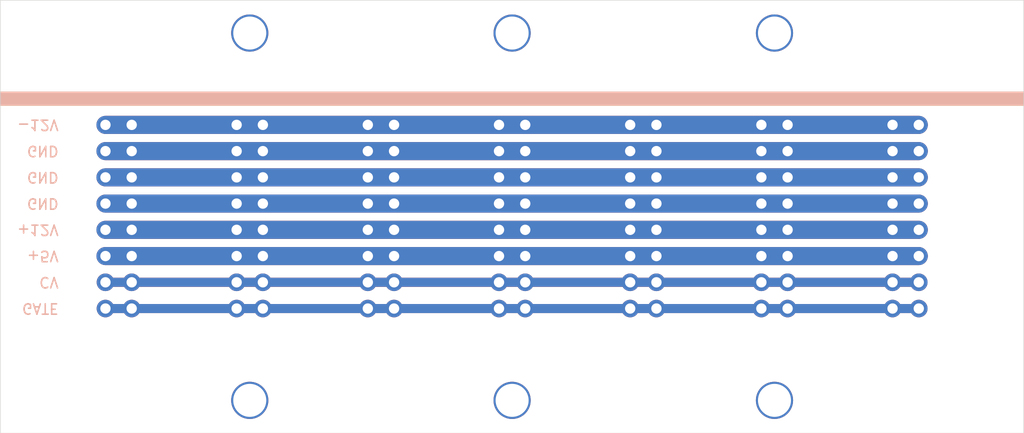
<source format=kicad_pcb>
(kicad_pcb (version 20171130) (host pcbnew 5.1.7-a382d34a8~87~ubuntu16.04.1)

  (general
    (thickness 1.6)
    (drawings 14)
    (tracks 22)
    (zones 0)
    (modules 7)
    (nets 1)
  )

  (page A4)
  (layers
    (0 F.Cu signal)
    (31 B.Cu signal)
    (32 B.Adhes user)
    (33 F.Adhes user)
    (34 B.Paste user)
    (35 F.Paste user)
    (36 B.SilkS user)
    (37 F.SilkS user)
    (38 B.Mask user)
    (39 F.Mask user)
    (40 Dwgs.User user)
    (41 Cmts.User user)
    (42 Eco1.User user)
    (43 Eco2.User user)
    (44 Edge.Cuts user)
    (45 Margin user)
    (46 B.CrtYd user)
    (47 F.CrtYd user)
    (48 B.Fab user)
    (49 F.Fab user)
  )

  (setup
    (last_trace_width 0.25)
    (user_trace_width 0.875)
    (user_trace_width 1.75)
    (trace_clearance 0.2)
    (zone_clearance 0.508)
    (zone_45_only no)
    (trace_min 0.2)
    (via_size 0.8)
    (via_drill 0.4)
    (via_min_size 0.4)
    (via_min_drill 0.3)
    (uvia_size 0.3)
    (uvia_drill 0.1)
    (uvias_allowed no)
    (uvia_min_size 0.2)
    (uvia_min_drill 0.1)
    (edge_width 0.05)
    (segment_width 0.2)
    (pcb_text_width 0.3)
    (pcb_text_size 1.5 1.5)
    (mod_edge_width 0.12)
    (mod_text_size 1 1)
    (mod_text_width 0.15)
    (pad_size 1.7 1.7)
    (pad_drill 1)
    (pad_to_mask_clearance 0.051)
    (solder_mask_min_width 0.25)
    (aux_axis_origin 0 0)
    (visible_elements FFFFFF7F)
    (pcbplotparams
      (layerselection 0x010f0_ffffffff)
      (usegerberextensions false)
      (usegerberattributes false)
      (usegerberadvancedattributes false)
      (creategerberjobfile false)
      (excludeedgelayer true)
      (linewidth 0.150000)
      (plotframeref false)
      (viasonmask false)
      (mode 1)
      (useauxorigin false)
      (hpglpennumber 1)
      (hpglpenspeed 20)
      (hpglpendiameter 15.000000)
      (psnegative false)
      (psa4output false)
      (plotreference true)
      (plotvalue true)
      (plotinvisibletext false)
      (padsonsilk false)
      (subtractmaskfromsilk false)
      (outputformat 1)
      (mirror false)
      (drillshape 0)
      (scaleselection 1)
      (outputdirectory "Gerber Files/"))
  )

  (net 0 "")

  (net_class Default "This is the default net class."
    (clearance 0.2)
    (trace_width 0.25)
    (via_dia 0.8)
    (via_drill 0.4)
    (uvia_dia 0.3)
    (uvia_drill 0.1)
  )

  (module Connector_PinSocket_2.54mm:PinSocket_2x08_P2.54mm_Vertical (layer F.Cu) (tedit 5EEDCFCD) (tstamp 5EE984D1)
    (at 12.7 12.065)
    (descr "Through hole straight socket strip, 2x08, 2.54mm pitch, double cols (from Kicad 4.0.7), script generated")
    (tags "Through hole socket strip THT 2x08 2.54mm double row")
    (fp_text reference REF** (at -1.27 -2.77) (layer F.SilkS) hide
      (effects (font (size 1 1) (thickness 0.15)))
    )
    (fp_text value PinSocket_2x08_P2.54mm_Vertical (at -1.27 20.55) (layer F.Fab) hide
      (effects (font (size 1 1) (thickness 0.15)))
    )
    (fp_line (start -4.34 19.55) (end -4.34 -1.8) (layer F.CrtYd) (width 0.05))
    (fp_line (start 1.76 19.55) (end -4.34 19.55) (layer F.CrtYd) (width 0.05))
    (fp_line (start 1.76 -1.8) (end 1.76 19.55) (layer F.CrtYd) (width 0.05))
    (fp_line (start -4.34 -1.8) (end 1.76 -1.8) (layer F.CrtYd) (width 0.05))
    (fp_line (start -3.81 19.05) (end -3.81 -1.27) (layer F.Fab) (width 0.1))
    (fp_line (start 1.27 19.05) (end -3.81 19.05) (layer F.Fab) (width 0.1))
    (fp_line (start 1.27 -0.27) (end 1.27 19.05) (layer F.Fab) (width 0.1))
    (fp_line (start 0.27 -1.27) (end 1.27 -0.27) (layer F.Fab) (width 0.1))
    (fp_line (start -3.81 -1.27) (end 0.27 -1.27) (layer F.Fab) (width 0.1))
    (fp_text user %R (at -1.27 8.89 90) (layer F.Fab)
      (effects (font (size 1 1) (thickness 0.15)))
    )
    (pad 16 thru_hole oval (at -2.54 17.78) (size 1.7 1.7) (drill 1) (layers *.Cu *.Mask))
    (pad 15 thru_hole oval (at 0 17.78) (size 1.7 1.7) (drill 1) (layers *.Cu *.Mask))
    (pad 14 thru_hole oval (at -2.54 15.24) (size 1.7 1.7) (drill 1) (layers *.Cu *.Mask))
    (pad 13 thru_hole oval (at 0 15.24) (size 1.7 1.7) (drill 1) (layers *.Cu *.Mask))
    (pad 12 thru_hole oval (at -2.54 12.7) (size 1.7 1.7) (drill 1) (layers *.Cu *.Mask))
    (pad 11 thru_hole oval (at 0 12.7) (size 1.7 1.7) (drill 1) (layers *.Cu *.Mask))
    (pad 10 thru_hole oval (at -2.54 10.16) (size 1.7 1.7) (drill 1) (layers *.Cu *.Mask))
    (pad 9 thru_hole oval (at 0 10.16) (size 1.7 1.7) (drill 1) (layers *.Cu *.Mask))
    (pad 8 thru_hole oval (at -2.54 7.62) (size 1.7 1.7) (drill 1) (layers *.Cu *.Mask))
    (pad 7 thru_hole oval (at 0 7.62) (size 1.7 1.7) (drill 1) (layers *.Cu *.Mask))
    (pad 6 thru_hole oval (at -2.54 5.08) (size 1.7 1.7) (drill 1) (layers *.Cu *.Mask))
    (pad 5 thru_hole oval (at 0 5.08) (size 1.7 1.7) (drill 1) (layers *.Cu *.Mask))
    (pad 4 thru_hole oval (at -2.54 2.54) (size 1.7 1.7) (drill 1) (layers *.Cu *.Mask))
    (pad 3 thru_hole oval (at 0 2.54) (size 1.7 1.7) (drill 1) (layers *.Cu *.Mask))
    (pad 2 thru_hole oval (at -2.54 0) (size 1.7 1.7) (drill 1) (layers *.Cu *.Mask))
    (pad 1 thru_hole oval (at 0 0) (size 1.7 1.7) (drill 1) (layers *.Cu *.Mask))
    (model ${KISYS3DMOD}/Connector_PinSocket_2.54mm.3dshapes/PinSocket_2x08_P2.54mm_Vertical.wrl
      (at (xyz 0 0 0))
      (scale (xyz 1 1 1))
      (rotate (xyz 0 0 0))
    )
  )

  (module Connector_PinSocket_2.54mm:PinSocket_2x08_P2.54mm_Vertical (layer F.Cu) (tedit 5EEDD005) (tstamp 5EE9843C)
    (at 88.9 12.065)
    (descr "Through hole straight socket strip, 2x08, 2.54mm pitch, double cols (from Kicad 4.0.7), script generated")
    (tags "Through hole socket strip THT 2x08 2.54mm double row")
    (fp_text reference REF** (at -1.27 -2.77) (layer F.SilkS) hide
      (effects (font (size 1 1) (thickness 0.15)))
    )
    (fp_text value PinSocket_2x08_P2.54mm_Vertical (at -1.27 20.55) (layer F.Fab) hide
      (effects (font (size 1 1) (thickness 0.15)))
    )
    (fp_line (start -3.81 -1.27) (end 0.27 -1.27) (layer F.Fab) (width 0.1))
    (fp_line (start 0.27 -1.27) (end 1.27 -0.27) (layer F.Fab) (width 0.1))
    (fp_line (start 1.27 -0.27) (end 1.27 19.05) (layer F.Fab) (width 0.1))
    (fp_line (start 1.27 19.05) (end -3.81 19.05) (layer F.Fab) (width 0.1))
    (fp_line (start -3.81 19.05) (end -3.81 -1.27) (layer F.Fab) (width 0.1))
    (fp_line (start -4.34 -1.8) (end 1.76 -1.8) (layer F.CrtYd) (width 0.05))
    (fp_line (start 1.76 -1.8) (end 1.76 19.55) (layer F.CrtYd) (width 0.05))
    (fp_line (start 1.76 19.55) (end -4.34 19.55) (layer F.CrtYd) (width 0.05))
    (fp_line (start -4.34 19.55) (end -4.34 -1.8) (layer F.CrtYd) (width 0.05))
    (fp_text user %R (at -1.27 8.89 90) (layer F.Fab)
      (effects (font (size 1 1) (thickness 0.15)))
    )
    (pad 1 thru_hole oval (at 0 0) (size 1.7 1.7) (drill 1) (layers *.Cu *.Mask))
    (pad 2 thru_hole oval (at -2.54 0) (size 1.7 1.7) (drill 1) (layers *.Cu *.Mask))
    (pad 3 thru_hole oval (at 0 2.54) (size 1.7 1.7) (drill 1) (layers *.Cu *.Mask))
    (pad 4 thru_hole oval (at -2.54 2.54) (size 1.7 1.7) (drill 1) (layers *.Cu *.Mask))
    (pad 5 thru_hole oval (at 0 5.08) (size 1.7 1.7) (drill 1) (layers *.Cu *.Mask))
    (pad 6 thru_hole oval (at -2.54 5.08) (size 1.7 1.7) (drill 1) (layers *.Cu *.Mask))
    (pad 7 thru_hole oval (at 0 7.62) (size 1.7 1.7) (drill 1) (layers *.Cu *.Mask))
    (pad 8 thru_hole oval (at -2.54 7.62) (size 1.7 1.7) (drill 1) (layers *.Cu *.Mask))
    (pad 9 thru_hole oval (at 0 10.16) (size 1.7 1.7) (drill 1) (layers *.Cu *.Mask))
    (pad 10 thru_hole oval (at -2.54 10.16) (size 1.7 1.7) (drill 1) (layers *.Cu *.Mask))
    (pad 11 thru_hole oval (at 0 12.7) (size 1.7 1.7) (drill 1) (layers *.Cu *.Mask))
    (pad 12 thru_hole oval (at -2.54 12.7) (size 1.7 1.7) (drill 1) (layers *.Cu *.Mask))
    (pad 13 thru_hole oval (at 0 15.24) (size 1.7 1.7) (drill 1) (layers *.Cu *.Mask))
    (pad 14 thru_hole oval (at -2.54 15.24) (size 1.7 1.7) (drill 1) (layers *.Cu *.Mask))
    (pad 15 thru_hole oval (at 0 17.78) (size 1.7 1.7) (drill 1) (layers *.Cu *.Mask))
    (pad 16 thru_hole oval (at -2.54 17.78) (size 1.7 1.7) (drill 1) (layers *.Cu *.Mask))
    (model ${KISYS3DMOD}/Connector_PinSocket_2.54mm.3dshapes/PinSocket_2x08_P2.54mm_Vertical.wrl
      (at (xyz 0 0 0))
      (scale (xyz 1 1 1))
      (rotate (xyz 0 0 0))
    )
  )

  (module Connector_PinSocket_2.54mm:PinSocket_2x08_P2.54mm_Vertical (layer F.Cu) (tedit 5EEDCFFF) (tstamp 5EE9841F)
    (at 76.2 12.065)
    (descr "Through hole straight socket strip, 2x08, 2.54mm pitch, double cols (from Kicad 4.0.7), script generated")
    (tags "Through hole socket strip THT 2x08 2.54mm double row")
    (fp_text reference REF** (at -1.27 -2.77) (layer F.SilkS) hide
      (effects (font (size 1 1) (thickness 0.15)))
    )
    (fp_text value PinSocket_2x08_P2.54mm_Vertical (at -1.27 20.55) (layer F.Fab) hide
      (effects (font (size 1 1) (thickness 0.15)))
    )
    (fp_line (start -4.34 19.55) (end -4.34 -1.8) (layer F.CrtYd) (width 0.05))
    (fp_line (start 1.76 19.55) (end -4.34 19.55) (layer F.CrtYd) (width 0.05))
    (fp_line (start 1.76 -1.8) (end 1.76 19.55) (layer F.CrtYd) (width 0.05))
    (fp_line (start -4.34 -1.8) (end 1.76 -1.8) (layer F.CrtYd) (width 0.05))
    (fp_line (start -3.81 19.05) (end -3.81 -1.27) (layer F.Fab) (width 0.1))
    (fp_line (start 1.27 19.05) (end -3.81 19.05) (layer F.Fab) (width 0.1))
    (fp_line (start 1.27 -0.27) (end 1.27 19.05) (layer F.Fab) (width 0.1))
    (fp_line (start 0.27 -1.27) (end 1.27 -0.27) (layer F.Fab) (width 0.1))
    (fp_line (start -3.81 -1.27) (end 0.27 -1.27) (layer F.Fab) (width 0.1))
    (fp_text user %R (at -1.27 8.89 90) (layer F.Fab)
      (effects (font (size 1 1) (thickness 0.15)))
    )
    (pad 16 thru_hole oval (at -2.54 17.78) (size 1.7 1.7) (drill 1) (layers *.Cu *.Mask))
    (pad 15 thru_hole oval (at 0 17.78) (size 1.7 1.7) (drill 1) (layers *.Cu *.Mask))
    (pad 14 thru_hole oval (at -2.54 15.24) (size 1.7 1.7) (drill 1) (layers *.Cu *.Mask))
    (pad 13 thru_hole oval (at 0 15.24) (size 1.7 1.7) (drill 1) (layers *.Cu *.Mask))
    (pad 12 thru_hole oval (at -2.54 12.7) (size 1.7 1.7) (drill 1) (layers *.Cu *.Mask))
    (pad 11 thru_hole oval (at 0 12.7) (size 1.7 1.7) (drill 1) (layers *.Cu *.Mask))
    (pad 10 thru_hole oval (at -2.54 10.16) (size 1.7 1.7) (drill 1) (layers *.Cu *.Mask))
    (pad 9 thru_hole oval (at 0 10.16) (size 1.7 1.7) (drill 1) (layers *.Cu *.Mask))
    (pad 8 thru_hole oval (at -2.54 7.62) (size 1.7 1.7) (drill 1) (layers *.Cu *.Mask))
    (pad 7 thru_hole oval (at 0 7.62) (size 1.7 1.7) (drill 1) (layers *.Cu *.Mask))
    (pad 6 thru_hole oval (at -2.54 5.08) (size 1.7 1.7) (drill 1) (layers *.Cu *.Mask))
    (pad 5 thru_hole oval (at 0 5.08) (size 1.7 1.7) (drill 1) (layers *.Cu *.Mask))
    (pad 4 thru_hole oval (at -2.54 2.54) (size 1.7 1.7) (drill 1) (layers *.Cu *.Mask))
    (pad 3 thru_hole oval (at 0 2.54) (size 1.7 1.7) (drill 1) (layers *.Cu *.Mask))
    (pad 2 thru_hole oval (at -2.54 0) (size 1.7 1.7) (drill 1) (layers *.Cu *.Mask))
    (pad 1 thru_hole oval (at 0 0) (size 1.7 1.7) (drill 1) (layers *.Cu *.Mask))
    (model ${KISYS3DMOD}/Connector_PinSocket_2.54mm.3dshapes/PinSocket_2x08_P2.54mm_Vertical.wrl
      (at (xyz 0 0 0))
      (scale (xyz 1 1 1))
      (rotate (xyz 0 0 0))
    )
  )

  (module Connector_PinSocket_2.54mm:PinSocket_2x08_P2.54mm_Vertical (layer F.Cu) (tedit 5EEDCFDD) (tstamp 5EE9836F)
    (at 25.4 12.065)
    (descr "Through hole straight socket strip, 2x08, 2.54mm pitch, double cols (from Kicad 4.0.7), script generated")
    (tags "Through hole socket strip THT 2x08 2.54mm double row")
    (fp_text reference REF** (at -1.27 -2.77) (layer F.SilkS) hide
      (effects (font (size 1 1) (thickness 0.15)))
    )
    (fp_text value PinSocket_2x08_P2.54mm_Vertical (at -1.27 20.55) (layer F.Fab) hide
      (effects (font (size 1 1) (thickness 0.15)))
    )
    (fp_line (start -3.81 -1.27) (end 0.27 -1.27) (layer F.Fab) (width 0.1))
    (fp_line (start 0.27 -1.27) (end 1.27 -0.27) (layer F.Fab) (width 0.1))
    (fp_line (start 1.27 -0.27) (end 1.27 19.05) (layer F.Fab) (width 0.1))
    (fp_line (start 1.27 19.05) (end -3.81 19.05) (layer F.Fab) (width 0.1))
    (fp_line (start -3.81 19.05) (end -3.81 -1.27) (layer F.Fab) (width 0.1))
    (fp_line (start -4.34 -1.8) (end 1.76 -1.8) (layer F.CrtYd) (width 0.05))
    (fp_line (start 1.76 -1.8) (end 1.76 19.55) (layer F.CrtYd) (width 0.05))
    (fp_line (start 1.76 19.55) (end -4.34 19.55) (layer F.CrtYd) (width 0.05))
    (fp_line (start -4.34 19.55) (end -4.34 -1.8) (layer F.CrtYd) (width 0.05))
    (fp_text user %R (at -1.27 8.89 90) (layer F.Fab)
      (effects (font (size 1 1) (thickness 0.15)))
    )
    (pad 1 thru_hole oval (at 0 0) (size 1.7 1.7) (drill 1) (layers *.Cu *.Mask))
    (pad 2 thru_hole oval (at -2.54 0) (size 1.7 1.7) (drill 1) (layers *.Cu *.Mask))
    (pad 3 thru_hole oval (at 0 2.54) (size 1.7 1.7) (drill 1) (layers *.Cu *.Mask))
    (pad 4 thru_hole oval (at -2.54 2.54) (size 1.7 1.7) (drill 1) (layers *.Cu *.Mask))
    (pad 5 thru_hole oval (at 0 5.08) (size 1.7 1.7) (drill 1) (layers *.Cu *.Mask))
    (pad 6 thru_hole oval (at -2.54 5.08) (size 1.7 1.7) (drill 1) (layers *.Cu *.Mask))
    (pad 7 thru_hole oval (at 0 7.62) (size 1.7 1.7) (drill 1) (layers *.Cu *.Mask))
    (pad 8 thru_hole oval (at -2.54 7.62) (size 1.7 1.7) (drill 1) (layers *.Cu *.Mask))
    (pad 9 thru_hole oval (at 0 10.16) (size 1.7 1.7) (drill 1) (layers *.Cu *.Mask))
    (pad 10 thru_hole oval (at -2.54 10.16) (size 1.7 1.7) (drill 1) (layers *.Cu *.Mask))
    (pad 11 thru_hole oval (at 0 12.7) (size 1.7 1.7) (drill 1) (layers *.Cu *.Mask))
    (pad 12 thru_hole oval (at -2.54 12.7) (size 1.7 1.7) (drill 1) (layers *.Cu *.Mask))
    (pad 13 thru_hole oval (at 0 15.24) (size 1.7 1.7) (drill 1) (layers *.Cu *.Mask))
    (pad 14 thru_hole oval (at -2.54 15.24) (size 1.7 1.7) (drill 1) (layers *.Cu *.Mask))
    (pad 15 thru_hole oval (at 0 17.78) (size 1.7 1.7) (drill 1) (layers *.Cu *.Mask))
    (pad 16 thru_hole oval (at -2.54 17.78) (size 1.7 1.7) (drill 1) (layers *.Cu *.Mask))
    (model ${KISYS3DMOD}/Connector_PinSocket_2.54mm.3dshapes/PinSocket_2x08_P2.54mm_Vertical.wrl
      (at (xyz 0 0 0))
      (scale (xyz 1 1 1))
      (rotate (xyz 0 0 0))
    )
  )

  (module Connector_PinSocket_2.54mm:PinSocket_2x08_P2.54mm_Vertical (layer F.Cu) (tedit 5EEDCFED) (tstamp 5EE98054)
    (at 50.8 12.065)
    (descr "Through hole straight socket strip, 2x08, 2.54mm pitch, double cols (from Kicad 4.0.7), script generated")
    (tags "Through hole socket strip THT 2x08 2.54mm double row")
    (fp_text reference REF** (at -1.27 -2.77) (layer F.SilkS) hide
      (effects (font (size 1 1) (thickness 0.15)))
    )
    (fp_text value PinSocket_2x08_P2.54mm_Vertical (at -1.27 20.55) (layer F.Fab) hide
      (effects (font (size 1 1) (thickness 0.15)))
    )
    (fp_line (start -4.34 19.55) (end -4.34 -1.8) (layer F.CrtYd) (width 0.05))
    (fp_line (start 1.76 19.55) (end -4.34 19.55) (layer F.CrtYd) (width 0.05))
    (fp_line (start 1.76 -1.8) (end 1.76 19.55) (layer F.CrtYd) (width 0.05))
    (fp_line (start -4.34 -1.8) (end 1.76 -1.8) (layer F.CrtYd) (width 0.05))
    (fp_line (start -3.81 19.05) (end -3.81 -1.27) (layer F.Fab) (width 0.1))
    (fp_line (start 1.27 19.05) (end -3.81 19.05) (layer F.Fab) (width 0.1))
    (fp_line (start 1.27 -0.27) (end 1.27 19.05) (layer F.Fab) (width 0.1))
    (fp_line (start 0.27 -1.27) (end 1.27 -0.27) (layer F.Fab) (width 0.1))
    (fp_line (start -3.81 -1.27) (end 0.27 -1.27) (layer F.Fab) (width 0.1))
    (fp_text user %R (at -1.27 8.89 90) (layer F.Fab)
      (effects (font (size 1 1) (thickness 0.15)))
    )
    (pad 16 thru_hole oval (at -2.54 17.78) (size 1.7 1.7) (drill 1) (layers *.Cu *.Mask))
    (pad 15 thru_hole oval (at 0 17.78) (size 1.7 1.7) (drill 1) (layers *.Cu *.Mask))
    (pad 14 thru_hole oval (at -2.54 15.24) (size 1.7 1.7) (drill 1) (layers *.Cu *.Mask))
    (pad 13 thru_hole oval (at 0 15.24) (size 1.7 1.7) (drill 1) (layers *.Cu *.Mask))
    (pad 12 thru_hole oval (at -2.54 12.7) (size 1.7 1.7) (drill 1) (layers *.Cu *.Mask))
    (pad 11 thru_hole oval (at 0 12.7) (size 1.7 1.7) (drill 1) (layers *.Cu *.Mask))
    (pad 10 thru_hole oval (at -2.54 10.16) (size 1.7 1.7) (drill 1) (layers *.Cu *.Mask))
    (pad 9 thru_hole oval (at 0 10.16) (size 1.7 1.7) (drill 1) (layers *.Cu *.Mask))
    (pad 8 thru_hole oval (at -2.54 7.62) (size 1.7 1.7) (drill 1) (layers *.Cu *.Mask))
    (pad 7 thru_hole oval (at 0 7.62) (size 1.7 1.7) (drill 1) (layers *.Cu *.Mask))
    (pad 6 thru_hole oval (at -2.54 5.08) (size 1.7 1.7) (drill 1) (layers *.Cu *.Mask))
    (pad 5 thru_hole oval (at 0 5.08) (size 1.7 1.7) (drill 1) (layers *.Cu *.Mask))
    (pad 4 thru_hole oval (at -2.54 2.54) (size 1.7 1.7) (drill 1) (layers *.Cu *.Mask))
    (pad 3 thru_hole oval (at 0 2.54) (size 1.7 1.7) (drill 1) (layers *.Cu *.Mask))
    (pad 2 thru_hole oval (at -2.54 0) (size 1.7 1.7) (drill 1) (layers *.Cu *.Mask))
    (pad 1 thru_hole oval (at 0 0) (size 1.7 1.7) (drill 1) (layers *.Cu *.Mask))
    (model ${KISYS3DMOD}/Connector_PinSocket_2.54mm.3dshapes/PinSocket_2x08_P2.54mm_Vertical.wrl
      (at (xyz 0 0 0))
      (scale (xyz 1 1 1))
      (rotate (xyz 0 0 0))
    )
  )

  (module Connector_PinSocket_2.54mm:PinSocket_2x08_P2.54mm_Vertical (layer F.Cu) (tedit 5EEDCFF7) (tstamp 5EE98037)
    (at 63.5 12.065)
    (descr "Through hole straight socket strip, 2x08, 2.54mm pitch, double cols (from Kicad 4.0.7), script generated")
    (tags "Through hole socket strip THT 2x08 2.54mm double row")
    (fp_text reference REF** (at -1.27 -2.77) (layer F.SilkS) hide
      (effects (font (size 1 1) (thickness 0.15)))
    )
    (fp_text value PinSocket_2x08_P2.54mm_Vertical (at -1.27 20.55) (layer F.Fab) hide
      (effects (font (size 1 1) (thickness 0.15)))
    )
    (fp_line (start -3.81 -1.27) (end 0.27 -1.27) (layer F.Fab) (width 0.1))
    (fp_line (start 0.27 -1.27) (end 1.27 -0.27) (layer F.Fab) (width 0.1))
    (fp_line (start 1.27 -0.27) (end 1.27 19.05) (layer F.Fab) (width 0.1))
    (fp_line (start 1.27 19.05) (end -3.81 19.05) (layer F.Fab) (width 0.1))
    (fp_line (start -3.81 19.05) (end -3.81 -1.27) (layer F.Fab) (width 0.1))
    (fp_line (start -4.34 -1.8) (end 1.76 -1.8) (layer F.CrtYd) (width 0.05))
    (fp_line (start 1.76 -1.8) (end 1.76 19.55) (layer F.CrtYd) (width 0.05))
    (fp_line (start 1.76 19.55) (end -4.34 19.55) (layer F.CrtYd) (width 0.05))
    (fp_line (start -4.34 19.55) (end -4.34 -1.8) (layer F.CrtYd) (width 0.05))
    (fp_text user %R (at -1.27 8.89 90) (layer F.Fab)
      (effects (font (size 1 1) (thickness 0.15)))
    )
    (pad 1 thru_hole oval (at 0 0) (size 1.7 1.7) (drill 1) (layers *.Cu *.Mask))
    (pad 2 thru_hole oval (at -2.54 0) (size 1.7 1.7) (drill 1) (layers *.Cu *.Mask))
    (pad 3 thru_hole oval (at 0 2.54) (size 1.7 1.7) (drill 1) (layers *.Cu *.Mask))
    (pad 4 thru_hole oval (at -2.54 2.54) (size 1.7 1.7) (drill 1) (layers *.Cu *.Mask))
    (pad 5 thru_hole oval (at 0 5.08) (size 1.7 1.7) (drill 1) (layers *.Cu *.Mask))
    (pad 6 thru_hole oval (at -2.54 5.08) (size 1.7 1.7) (drill 1) (layers *.Cu *.Mask))
    (pad 7 thru_hole oval (at 0 7.62) (size 1.7 1.7) (drill 1) (layers *.Cu *.Mask))
    (pad 8 thru_hole oval (at -2.54 7.62) (size 1.7 1.7) (drill 1) (layers *.Cu *.Mask))
    (pad 9 thru_hole oval (at 0 10.16) (size 1.7 1.7) (drill 1) (layers *.Cu *.Mask))
    (pad 10 thru_hole oval (at -2.54 10.16) (size 1.7 1.7) (drill 1) (layers *.Cu *.Mask))
    (pad 11 thru_hole oval (at 0 12.7) (size 1.7 1.7) (drill 1) (layers *.Cu *.Mask))
    (pad 12 thru_hole oval (at -2.54 12.7) (size 1.7 1.7) (drill 1) (layers *.Cu *.Mask))
    (pad 13 thru_hole oval (at 0 15.24) (size 1.7 1.7) (drill 1) (layers *.Cu *.Mask))
    (pad 14 thru_hole oval (at -2.54 15.24) (size 1.7 1.7) (drill 1) (layers *.Cu *.Mask))
    (pad 15 thru_hole oval (at 0 17.78) (size 1.7 1.7) (drill 1) (layers *.Cu *.Mask))
    (pad 16 thru_hole oval (at -2.54 17.78) (size 1.7 1.7) (drill 1) (layers *.Cu *.Mask))
    (model ${KISYS3DMOD}/Connector_PinSocket_2.54mm.3dshapes/PinSocket_2x08_P2.54mm_Vertical.wrl
      (at (xyz 0 0 0))
      (scale (xyz 1 1 1))
      (rotate (xyz 0 0 0))
    )
  )

  (module Connector_PinSocket_2.54mm:PinSocket_2x08_P2.54mm_Vertical (layer F.Cu) (tedit 5EEDCFE7) (tstamp 5EE97F67)
    (at 38.1 12.065)
    (descr "Through hole straight socket strip, 2x08, 2.54mm pitch, double cols (from Kicad 4.0.7), script generated")
    (tags "Through hole socket strip THT 2x08 2.54mm double row")
    (fp_text reference REF** (at -1.27 -2.77) (layer F.SilkS) hide
      (effects (font (size 1 1) (thickness 0.15)))
    )
    (fp_text value PinSocket_2x08_P2.54mm_Vertical (at -1.27 20.55) (layer F.Fab) hide
      (effects (font (size 1 1) (thickness 0.15)))
    )
    (fp_line (start -4.34 19.55) (end -4.34 -1.8) (layer F.CrtYd) (width 0.05))
    (fp_line (start 1.76 19.55) (end -4.34 19.55) (layer F.CrtYd) (width 0.05))
    (fp_line (start 1.76 -1.8) (end 1.76 19.55) (layer F.CrtYd) (width 0.05))
    (fp_line (start -4.34 -1.8) (end 1.76 -1.8) (layer F.CrtYd) (width 0.05))
    (fp_line (start -3.81 19.05) (end -3.81 -1.27) (layer F.Fab) (width 0.1))
    (fp_line (start 1.27 19.05) (end -3.81 19.05) (layer F.Fab) (width 0.1))
    (fp_line (start 1.27 -0.27) (end 1.27 19.05) (layer F.Fab) (width 0.1))
    (fp_line (start 0.27 -1.27) (end 1.27 -0.27) (layer F.Fab) (width 0.1))
    (fp_line (start -3.81 -1.27) (end 0.27 -1.27) (layer F.Fab) (width 0.1))
    (fp_text user %R (at -1.27 8.89 90) (layer F.Fab)
      (effects (font (size 1 1) (thickness 0.15)))
    )
    (pad 16 thru_hole oval (at -2.54 17.78) (size 1.7 1.7) (drill 1) (layers *.Cu *.Mask))
    (pad 15 thru_hole oval (at 0 17.78) (size 1.7 1.7) (drill 1) (layers *.Cu *.Mask))
    (pad 14 thru_hole oval (at -2.54 15.24) (size 1.7 1.7) (drill 1) (layers *.Cu *.Mask))
    (pad 13 thru_hole oval (at 0 15.24) (size 1.7 1.7) (drill 1) (layers *.Cu *.Mask))
    (pad 12 thru_hole oval (at -2.54 12.7) (size 1.7 1.7) (drill 1) (layers *.Cu *.Mask))
    (pad 11 thru_hole oval (at 0 12.7) (size 1.7 1.7) (drill 1) (layers *.Cu *.Mask))
    (pad 10 thru_hole oval (at -2.54 10.16) (size 1.7 1.7) (drill 1) (layers *.Cu *.Mask))
    (pad 9 thru_hole oval (at 0 10.16) (size 1.7 1.7) (drill 1) (layers *.Cu *.Mask))
    (pad 8 thru_hole oval (at -2.54 7.62) (size 1.7 1.7) (drill 1) (layers *.Cu *.Mask))
    (pad 7 thru_hole oval (at 0 7.62) (size 1.7 1.7) (drill 1) (layers *.Cu *.Mask))
    (pad 6 thru_hole oval (at -2.54 5.08) (size 1.7 1.7) (drill 1) (layers *.Cu *.Mask))
    (pad 5 thru_hole oval (at 0 5.08) (size 1.7 1.7) (drill 1) (layers *.Cu *.Mask))
    (pad 4 thru_hole oval (at -2.54 2.54) (size 1.7 1.7) (drill 1) (layers *.Cu *.Mask))
    (pad 3 thru_hole oval (at 0 2.54) (size 1.7 1.7) (drill 1) (layers *.Cu *.Mask))
    (pad 2 thru_hole oval (at -2.54 0) (size 1.7 1.7) (drill 1) (layers *.Cu *.Mask))
    (pad 1 thru_hole oval (at 0 0) (size 1.7 1.7) (drill 1) (layers *.Cu *.Mask))
    (model ${KISYS3DMOD}/Connector_PinSocket_2.54mm.3dshapes/PinSocket_2x08_P2.54mm_Vertical.wrl
      (at (xyz 0 0 0))
      (scale (xyz 1 1 1))
      (rotate (xyz 0 0 0))
    )
  )

  (gr_poly (pts (xy 99.06 10.16) (xy 0 10.16) (xy 0 8.89) (xy 99.06 8.89)) (layer B.SilkS) (width 0.1) (tstamp 5EEB36AD))
  (gr_poly (pts (xy 99.06 10.16) (xy 0 10.16) (xy 0 8.89) (xy 99.06 8.89)) (layer F.SilkS) (width 0.1))
  (gr_text GATE (at 5.715 29.845 180) (layer B.SilkS) (tstamp 5EE984F4)
    (effects (font (size 1 1) (thickness 0.15)) (justify right mirror))
  )
  (gr_text -12V (at 5.715 12.065 180) (layer B.SilkS) (tstamp 5EE984F3)
    (effects (font (size 1 1) (thickness 0.15)) (justify right mirror))
  )
  (gr_text CV (at 5.715 27.305 180) (layer B.SilkS) (tstamp 5EE984F2)
    (effects (font (size 1 1) (thickness 0.15)) (justify right mirror))
  )
  (gr_text +5V (at 5.715 24.765 180) (layer B.SilkS) (tstamp 5EE984F1)
    (effects (font (size 1 1) (thickness 0.15)) (justify right mirror))
  )
  (gr_text GND (at 5.715 19.685 180) (layer B.SilkS) (tstamp 5EE984F0)
    (effects (font (size 1 1) (thickness 0.15)) (justify right mirror))
  )
  (gr_text +12V (at 5.715 22.225 180) (layer B.SilkS) (tstamp 5EE984EF)
    (effects (font (size 1 1) (thickness 0.15)) (justify right mirror))
  )
  (gr_text GND (at 5.715 14.605 180) (layer B.SilkS) (tstamp 5EE984EE)
    (effects (font (size 1 1) (thickness 0.15)) (justify right mirror))
  )
  (gr_text GND (at 5.715 17.145 180) (layer B.SilkS) (tstamp 5EE984D0)
    (effects (font (size 1 1) (thickness 0.15)) (justify right mirror))
  )
  (gr_line (start 0 41.91) (end 0 0) (layer Edge.Cuts) (width 0.05) (tstamp 5EE91D5D))
  (gr_line (start 99.06 41.91) (end 0 41.91) (layer Edge.Cuts) (width 0.05))
  (gr_line (start 99.06 0) (end 99.06 41.91) (layer Edge.Cuts) (width 0.05))
  (gr_line (start 0 0) (end 99.06 0) (layer Edge.Cuts) (width 0.05))

  (via (at 24.13 38.735) (size 3.6) (drill 3.2) (layers F.Cu B.Cu) (net 0))
  (via (at 49.53 38.735) (size 3.6) (drill 3.2) (layers F.Cu B.Cu) (net 0) (tstamp 5EE91E9D))
  (via (at 74.93 38.735) (size 3.6) (drill 3.2) (layers F.Cu B.Cu) (net 0) (tstamp 5EE91ED6))
  (via (at 74.93 3.175) (size 3.6) (drill 3.2) (layers F.Cu B.Cu) (net 0) (tstamp 5EE92006))
  (via (at 49.53 3.175) (size 3.6) (drill 3.2) (layers F.Cu B.Cu) (net 0) (tstamp 5EE92007))
  (via (at 24.13 3.175) (size 3.6) (drill 3.2) (layers F.Cu B.Cu) (net 0) (tstamp 5EE92008))
  (segment (start 10.16 12.065) (end 88.9 12.065) (width 1.75) (layer F.Cu) (net 0))
  (segment (start 10.16 24.765) (end 88.9 24.765) (width 1.75) (layer F.Cu) (net 0))
  (segment (start 10.16 22.225) (end 88.9 22.225) (width 1.75) (layer F.Cu) (net 0))
  (segment (start 10.16 27.305) (end 88.9 27.305) (width 0.875) (layer F.Cu) (net 0))
  (segment (start 10.16 29.845) (end 88.9 29.845) (width 0.875) (layer F.Cu) (net 0))
  (segment (start 10.16 14.605) (end 88.9 14.605) (width 1.75) (layer F.Cu) (net 0))
  (segment (start 10.16 17.145) (end 88.9 17.145) (width 1.75) (layer F.Cu) (net 0))
  (segment (start 10.16 19.685) (end 88.9 19.685) (width 1.75) (layer F.Cu) (net 0))
  (segment (start 10.16 12.065) (end 88.9 12.065) (width 1.75) (layer B.Cu) (net 0) (tstamp 5EE9911D))
  (segment (start 10.16 29.845) (end 88.9 29.845) (width 0.875) (layer B.Cu) (net 0) (tstamp 5EE9911E))
  (segment (start 10.16 22.225) (end 88.9 22.225) (width 1.75) (layer B.Cu) (net 0) (tstamp 5EE9911F))
  (segment (start 10.16 24.765) (end 88.9 24.765) (width 1.75) (layer B.Cu) (net 0) (tstamp 5EE99120))
  (segment (start 10.16 19.685) (end 88.9 19.685) (width 1.75) (layer B.Cu) (net 0) (tstamp 5EE99121))
  (segment (start 10.16 17.145) (end 88.9 17.145) (width 1.75) (layer B.Cu) (net 0) (tstamp 5EE99122))
  (segment (start 10.16 14.605) (end 88.9 14.605) (width 1.75) (layer B.Cu) (net 0) (tstamp 5EE99123))
  (segment (start 10.16 27.305) (end 88.9 27.305) (width 0.875) (layer B.Cu) (net 0) (tstamp 5EE99124))

)

</source>
